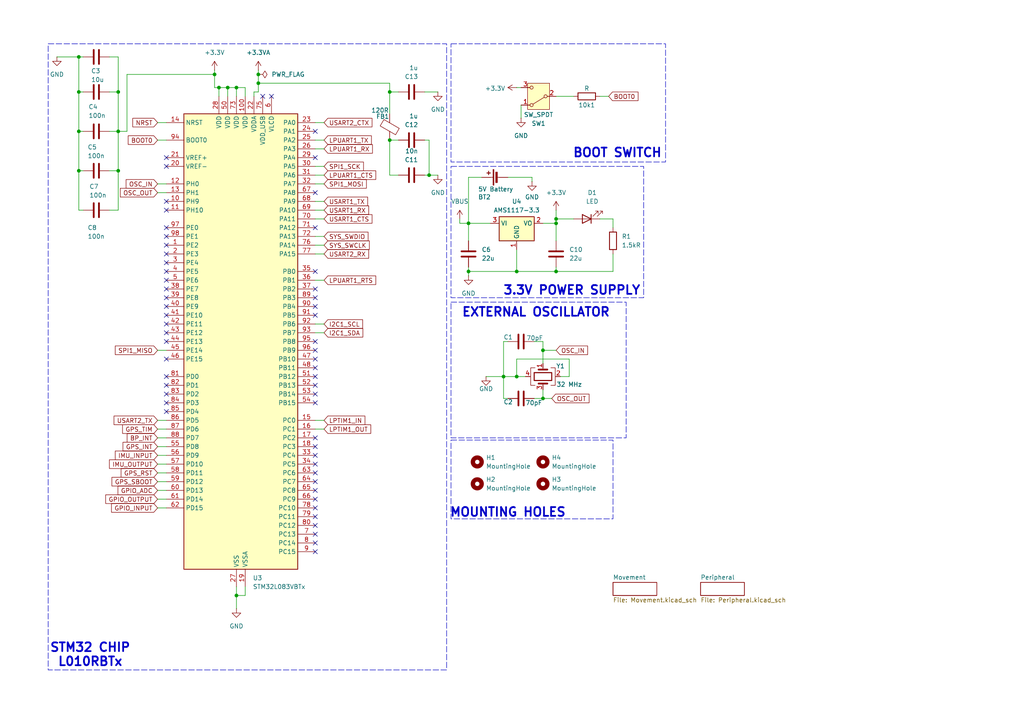
<source format=kicad_sch>
(kicad_sch (version 20231120) (generator "eeschema") (generator_version "8.0")
  (paper "A4")
  (title_block (title "Low-Power Flight Comupter") (company "Sun Devil Rocketry"))
  (lib_symbols
    (symbol "Device:Battery_Cell" (pin_numbers hide) (pin_names (offset 0) hide)
      (property "Reference" "BT" (at 2.54 2.54 0))
      (property "Value" "Battery_Cell" (at 2.54 0 0))
      (symbol "Battery_Cell_0_1"
        (rectangle (start -2.286 1.778) (end 2.286 1.524) (fill (type outline)))
        (rectangle (start -1.524 1.016) (end 1.524 0.508) (fill (type outline)))
        (polyline (pts (xy 0 0.762) (xy 0 0)))
        (polyline (pts (xy 0 1.778) (xy 0 2.54)))
        (polyline (pts (xy 0.762 3.048) (xy 1.778 3.048)) (stroke (width 0.254)))
        (polyline (pts (xy 1.27 3.556) (xy 1.27 2.54)) (stroke (width 0.254)))
      )
      (symbol "Battery_Cell_1_1"
        (pin passive line (at 0 5.08 270) (length 2.54) (name "+") (number "1"))
        (pin passive line (at 0 -2.54 90) (length 2.54) (name "-") (number "2"))
      )
    )
    (symbol "Device:C" (pin_numbers hide) (pin_names (offset 0.254))
      (property "Reference" "C" (at 0.635 2.54 0))
      (property "Value" "C" (at 0.635 -2.54 0))
      (symbol "C_0_1"
        (polyline (pts (xy -2.032 -0.762) (xy 2.032 -0.762)) (stroke (width 0.508)))
        (polyline (pts (xy -2.032 0.762) (xy 2.032 0.762)) (stroke (width 0.508)))
      )
      (symbol "C_1_1"
        (pin passive line (at 0 3.81 270) (length 2.794) (name "~") (number "1"))
        (pin passive line (at 0 -3.81 90) (length 2.794) (name "~") (number "2"))
      )
    )
    (symbol "Device:Crystal_GND24" (pin_names (offset 1.016) hide)
      (property "Reference" "Y" (at 3.175 5.08 0))
      (property "Value" "Crystal_GND24" (at 3.175 3.175 0))
      (symbol "Crystal_GND24_0_1"
        (rectangle (start -1.143 2.54) (end 1.143 -2.54) (stroke (width 0.3048)))
        (polyline (pts (xy -2.54 0) (xy -2.032 0)))
        (polyline (pts (xy -2.032 -1.27) (xy -2.032 1.27)) (stroke (width 0.508)))
        (polyline (pts (xy 0 -3.81) (xy 0 -3.556)))
        (polyline (pts (xy 0 3.556) (xy 0 3.81)))
        (polyline (pts (xy 2.032 -1.27) (xy 2.032 1.27)) (stroke (width 0.508)))
        (polyline (pts (xy 2.032 0) (xy 2.54 0)))
        (polyline (pts (xy -2.54 -2.286) (xy -2.54 -3.556) (xy 2.54 -3.556) (xy 2.54 -2.286)))
        (polyline (pts (xy -2.54 2.286) (xy -2.54 3.556) (xy 2.54 3.556) (xy 2.54 2.286)))
      )
      (symbol "Crystal_GND24_1_1"
        (pin passive line (at -3.81 0 0) (length 1.27) (name "1") (number "1"))
        (pin passive line (at 0 5.08 270) (length 1.27) (name "2") (number "2"))
        (pin passive line (at 3.81 0 180) (length 1.27) (name "3") (number "3"))
        (pin passive line (at 0 -5.08 90) (length 1.27) (name "4") (number "4"))
      )
    )
    (symbol "Device:FerriteBead" (pin_numbers hide) (pin_names (offset 0))
      (property "Reference" "FB" (at -3.81 0.635 90))
      (property "Value" "FerriteBead" (at 3.81 0 90))
      (symbol "FerriteBead_0_1"
        (polyline (pts (xy 0 -1.27) (xy 0 -1.2192)))
        (polyline (pts (xy 0 1.27) (xy 0 1.2954)))
        (polyline (pts (xy -2.7686 0.4064) (xy -1.7018 2.2606) (xy 2.7686 -0.3048) (xy 1.6764 -2.159) (xy -2.7686 0.4064)))
      )
      (symbol "FerriteBead_1_1"
        (pin passive line (at 0 3.81 270) (length 2.54) (name "~") (number "1"))
        (pin passive line (at 0 -3.81 90) (length 2.54) (name "~") (number "2"))
      )
    )
    (symbol "Device:LED" (pin_numbers hide) (pin_names (offset 1.016) hide)
      (property "Reference" "D" (at 0 2.54 0))
      (property "Value" "LED" (at 0 -2.54 0))
      (symbol "LED_0_1"
        (polyline (pts (xy -1.27 -1.27) (xy -1.27 1.27)) (stroke (width 0.254)))
        (polyline (pts (xy -1.27 0) (xy 1.27 0)))
        (polyline (pts (xy 1.27 -1.27) (xy 1.27 1.27) (xy -1.27 0) (xy 1.27 -1.27)) (stroke (width 0.254)))
        (polyline (pts (xy -3.048 -0.762) (xy -4.572 -2.286) (xy -3.81 -2.286) (xy -4.572 -2.286) (xy -4.572 -1.524)))
        (polyline (pts (xy -1.778 -0.762) (xy -3.302 -2.286) (xy -2.54 -2.286) (xy -3.302 -2.286) (xy -3.302 -1.524)))
      )
      (symbol "LED_1_1"
        (pin passive line (at -3.81 0 0) (length 2.54) (name "K") (number "1"))
        (pin passive line (at 3.81 0 180) (length 2.54) (name "A") (number "2"))
      )
    )
    (symbol "Device:R" (pin_numbers hide) (pin_names (offset 0))
      (property "Reference" "R" (at 2.032 0 90))
      (property "Value" "R" (at 0 0 90))
      (symbol "R_0_1"
        (rectangle (start -1.016 -2.54) (end 1.016 2.54) (stroke (width 0.254)))
      )
      (symbol "R_1_1"
        (pin passive line (at 0 3.81 270) (length 1.27) (name "~") (number "1"))
        (pin passive line (at 0 -3.81 90) (length 1.27) (name "~") (number "2"))
      )
    )
    (symbol "MCU_ST_STM32L0:STM32L083VBTx"
      (property "Reference" "U" (at -15.24 67.31 0))
      (property "Value" "STM32L083VBTx" (at 12.7 67.31 0))
      (symbol "STM32L083VBTx_0_1"
        (rectangle (start -15.24 -66.04) (end 17.78 66.04) (stroke (width 0.254)) (fill (type background)))
      )
      (symbol "STM32L083VBTx_1_1"
        (pin bidirectional line (at -20.32 27.94 0) (length 5.08) (name "PE2") (number "1"))
        (pin bidirectional line (at -20.32 40.64 0) (length 5.08) (name "PH9") (number "10"))
        (pin power_in line (at 2.54 71.12 270) (length 5.08) (name "VDD") (number "100"))
        (pin bidirectional line (at -20.32 38.1 0) (length 5.08) (name "PH10") (number "11"))
        (pin bidirectional line (at -20.32 45.72 0) (length 5.08) (name "PH0") (number "12"))
        (pin bidirectional line (at -20.32 43.18 0) (length 5.08) (name "PH1") (number "13"))
        (pin input line (at -20.32 63.5 0) (length 5.08) (name "NRST") (number "14"))
        (pin bidirectional line (at 22.86 -22.86 180) (length 5.08) (name "PC0") (number "15"))
        (pin bidirectional line (at 22.86 -25.4 180) (length 5.08) (name "PC1") (number "16"))
        (pin bidirectional line (at 22.86 -27.94 180) (length 5.08) (name "PC2") (number "17"))
        (pin bidirectional line (at 22.86 -30.48 180) (length 5.08) (name "PC3") (number "18"))
        (pin power_in line (at 2.54 -71.12 90) (length 5.08) (name "VSSA") (number "19"))
        (pin bidirectional line (at -20.32 25.4 0) (length 5.08) (name "PE3") (number "2"))
        (pin input line (at -20.32 50.8 0) (length 5.08) (name "VREF-") (number "20"))
        (pin input line (at -20.32 53.34 0) (length 5.08) (name "VREF+") (number "21"))
        (pin power_in line (at 5.08 71.12 270) (length 5.08) (name "VDDA") (number "22"))
        (pin bidirectional line (at 22.86 63.5 180) (length 5.08) (name "PA0") (number "23"))
        (pin bidirectional line (at 22.86 60.96 180) (length 5.08) (name "PA1") (number "24"))
        (pin bidirectional line (at 22.86 58.42 180) (length 5.08) (name "PA2") (number "25"))
        (pin bidirectional line (at 22.86 55.88 180) (length 5.08) (name "PA3") (number "26"))
        (pin power_in line (at 0 -71.12 90) (length 5.08) (name "VSS") (number "27"))
        (pin power_in line (at -5.08 71.12 270) (length 5.08) (name "VDD") (number "28"))
        (pin bidirectional line (at 22.86 53.34 180) (length 5.08) (name "PA4") (number "29"))
        (pin bidirectional line (at -20.32 22.86 0) (length 5.08) (name "PE4") (number "3"))
        (pin bidirectional line (at 22.86 50.8 180) (length 5.08) (name "PA5") (number "30"))
        (pin bidirectional line (at 22.86 48.26 180) (length 5.08) (name "PA6") (number "31"))
        (pin bidirectional line (at 22.86 45.72 180) (length 5.08) (name "PA7") (number "32"))
        (pin bidirectional line (at 22.86 -33.02 180) (length 5.08) (name "PC4") (number "33"))
        (pin bidirectional line (at 22.86 -35.56 180) (length 5.08) (name "PC5") (number "34"))
        (pin bidirectional line (at 22.86 20.32 180) (length 5.08) (name "PB0") (number "35"))
        (pin bidirectional line (at 22.86 17.78 180) (length 5.08) (name "PB1") (number "36"))
        (pin bidirectional line (at 22.86 15.24 180) (length 5.08) (name "PB2") (number "37"))
        (pin bidirectional line (at -20.32 15.24 0) (length 5.08) (name "PE7") (number "38"))
        (pin bidirectional line (at -20.32 12.7 0) (length 5.08) (name "PE8") (number "39"))
        (pin bidirectional line (at -20.32 20.32 0) (length 5.08) (name "PE5") (number "4"))
        (pin bidirectional line (at -20.32 10.16 0) (length 5.08) (name "PE9") (number "40"))
        (pin bidirectional line (at -20.32 7.62 0) (length 5.08) (name "PE10") (number "41"))
        (pin bidirectional line (at -20.32 5.08 0) (length 5.08) (name "PE11") (number "42"))
        (pin bidirectional line (at -20.32 2.54 0) (length 5.08) (name "PE12") (number "43"))
        (pin bidirectional line (at -20.32 0 0) (length 5.08) (name "PE13") (number "44"))
        (pin bidirectional line (at -20.32 -2.54 0) (length 5.08) (name "PE14") (number "45"))
        (pin bidirectional line (at -20.32 -5.08 0) (length 5.08) (name "PE15") (number "46"))
        (pin bidirectional line (at 22.86 -5.08 180) (length 5.08) (name "PB10") (number "47"))
        (pin bidirectional line (at 22.86 -7.62 180) (length 5.08) (name "PB11") (number "48"))
        (pin passive line (at 0 -71.12 90) (length 5.08) hide (name "VSS") (number "49"))
        (pin bidirectional line (at -20.32 17.78 0) (length 5.08) (name "PE6") (number "5"))
        (pin power_in line (at -2.54 71.12 270) (length 5.08) (name "VDD") (number "50"))
        (pin bidirectional line (at 22.86 -10.16 180) (length 5.08) (name "PB12") (number "51"))
        (pin bidirectional line (at 22.86 -12.7 180) (length 5.08) (name "PB13") (number "52"))
        (pin bidirectional line (at 22.86 -15.24 180) (length 5.08) (name "PB14") (number "53"))
        (pin bidirectional line (at 22.86 -17.78 180) (length 5.08) (name "PB15") (number "54"))
        (pin bidirectional line (at -20.32 -30.48 0) (length 5.08) (name "PD8") (number "55"))
        (pin bidirectional line (at -20.32 -33.02 0) (length 5.08) (name "PD9") (number "56"))
        (pin bidirectional line (at -20.32 -35.56 0) (length 5.08) (name "PD10") (number "57"))
        (pin bidirectional line (at -20.32 -38.1 0) (length 5.08) (name "PD11") (number "58"))
        (pin bidirectional line (at -20.32 -40.64 0) (length 5.08) (name "PD12") (number "59"))
        (pin power_in line (at 10.16 71.12 270) (length 5.08) (name "VLCD") (number "6"))
        (pin bidirectional line (at -20.32 -43.18 0) (length 5.08) (name "PD13") (number "60"))
        (pin bidirectional line (at -20.32 -45.72 0) (length 5.08) (name "PD14") (number "61"))
        (pin bidirectional line (at -20.32 -48.26 0) (length 5.08) (name "PD15") (number "62"))
        (pin bidirectional line (at 22.86 -38.1 180) (length 5.08) (name "PC6") (number "63"))
        (pin bidirectional line (at 22.86 -40.64 180) (length 5.08) (name "PC7") (number "64"))
        (pin bidirectional line (at 22.86 -43.18 180) (length 5.08) (name "PC8") (number "65"))
        (pin bidirectional line (at 22.86 -45.72 180) (length 5.08) (name "PC9") (number "66"))
        (pin bidirectional line (at 22.86 43.18 180) (length 5.08) (name "PA8") (number "67"))
        (pin bidirectional line (at 22.86 40.64 180) (length 5.08) (name "PA9") (number "68"))
        (pin bidirectional line (at 22.86 38.1 180) (length 5.08) (name "PA10") (number "69"))
        (pin bidirectional line (at 22.86 -55.88 180) (length 5.08) (name "PC13") (number "7"))
        (pin bidirectional line (at 22.86 35.56 180) (length 5.08) (name "PA11") (number "70"))
        (pin bidirectional line (at 22.86 33.02 180) (length 5.08) (name "PA12") (number "71"))
        (pin bidirectional line (at 22.86 30.48 180) (length 5.08) (name "PA13") (number "72"))
        (pin power_in line (at 0 71.12 270) (length 5.08) (name "VDD") (number "73"))
        (pin passive line (at 0 -71.12 90) (length 5.08) hide (name "VSS") (number "74"))
        (pin power_in line (at 7.62 71.12 270) (length 5.08) (name "VDD_USB") (number "75"))
        (pin bidirectional line (at 22.86 27.94 180) (length 5.08) (name "PA14") (number "76"))
        (pin bidirectional line (at 22.86 25.4 180) (length 5.08) (name "PA15") (number "77"))
        (pin bidirectional line (at 22.86 -48.26 180) (length 5.08) (name "PC10") (number "78"))
        (pin bidirectional line (at 22.86 -50.8 180) (length 5.08) (name "PC11") (number "79"))
        (pin bidirectional line (at 22.86 -58.42 180) (length 5.08) (name "PC14") (number "8"))
        (pin bidirectional line (at 22.86 -53.34 180) (length 5.08) (name "PC12") (number "80"))
        (pin bidirectional line (at -20.32 -10.16 0) (length 5.08) (name "PD0") (number "81"))
        (pin bidirectional line (at -20.32 -12.7 0) (length 5.08) (name "PD1") (number "82"))
        (pin bidirectional line (at -20.32 -15.24 0) (length 5.08) (name "PD2") (number "83"))
        (pin bidirectional line (at -20.32 -17.78 0) (length 5.08) (name "PD3") (number "84"))
        (pin bidirectional line (at -20.32 -20.32 0) (length 5.08) (name "PD4") (number "85"))
        (pin bidirectional line (at -20.32 -22.86 0) (length 5.08) (name "PD5") (number "86"))
        (pin bidirectional line (at -20.32 -25.4 0) (length 5.08) (name "PD6") (number "87"))
        (pin bidirectional line (at -20.32 -27.94 0) (length 5.08) (name "PD7") (number "88"))
        (pin bidirectional line (at 22.86 12.7 180) (length 5.08) (name "PB3") (number "89"))
        (pin bidirectional line (at 22.86 -60.96 180) (length 5.08) (name "PC15") (number "9"))
        (pin bidirectional line (at 22.86 10.16 180) (length 5.08) (name "PB4") (number "90"))
        (pin bidirectional line (at 22.86 7.62 180) (length 5.08) (name "PB5") (number "91"))
        (pin bidirectional line (at 22.86 5.08 180) (length 5.08) (name "PB6") (number "92"))
        (pin bidirectional line (at 22.86 2.54 180) (length 5.08) (name "PB7") (number "93"))
        (pin input line (at -20.32 58.42 0) (length 5.08) (name "BOOT0") (number "94"))
        (pin bidirectional line (at 22.86 0 180) (length 5.08) (name "PB8") (number "95"))
        (pin bidirectional line (at 22.86 -2.54 180) (length 5.08) (name "PB9") (number "96"))
        (pin bidirectional line (at -20.32 33.02 0) (length 5.08) (name "PE0") (number "97"))
        (pin bidirectional line (at -20.32 30.48 0) (length 5.08) (name "PE1") (number "98"))
        (pin passive line (at 0 -71.12 90) (length 5.08) hide (name "VSS") (number "99"))
      )
    )
    (symbol "Mechanical:MountingHole" (pin_names (offset 1.016)) (exclude_from_sim yes) (in_bom no)
      (property "Reference" "H" (at 0 5.08 0))
      (property "Value" "MountingHole" (at 0 3.175 0))
      (symbol "MountingHole_0_1"
        (circle (center 0 0) (radius 1.27) (stroke (width 1.27)))
      )
    )
    (symbol "Regulator_Linear:AMS1117-3.3"
      (property "Reference" "U" (at -3.81 3.175 0))
      (property "Value" "AMS1117-3.3" (at 0 3.175 0))
      (symbol "AMS1117-3.3_0_1"
        (rectangle (start -5.08 -5.08) (end 5.08 1.905) (stroke (width 0.254)) (fill (type background)))
      )
      (symbol "AMS1117-3.3_1_1"
        (pin power_in line (at 0 -7.62 90) (length 2.54) (name "GND") (number "1"))
        (pin power_out line (at 7.62 0 180) (length 2.54) (name "VO") (number "2"))
        (pin power_in line (at -7.62 0 0) (length 2.54) (name "VI") (number "3"))
      )
    )
    (symbol "Switch:SW_SPDT" (pin_names (offset 0) hide)
      (property "Reference" "SW" (at 0 5.08 0))
      (property "Value" "SW_SPDT" (at 0 -5.08 0))
      (symbol "SW_SPDT_0_1"
        (circle (center -2.032 0) (radius 0.4572))
        (polyline (pts (xy -1.651 0.254) (xy 1.651 2.286)))
        (circle (center 2.032 -2.54) (radius 0.4572))
        (circle (center 2.032 2.54) (radius 0.4572))
      )
      (symbol "SW_SPDT_1_1"
        (rectangle (start -3.175 3.81) (end 3.175 -3.81) (fill (type background)))
        (pin passive line (at 5.08 2.54 180) (length 2.54) (name "A") (number "1"))
        (pin passive line (at -5.08 0 0) (length 2.54) (name "B") (number "2"))
        (pin passive line (at 5.08 -2.54 180) (length 2.54) (name "C") (number "3"))
      )
    )
    (symbol "power:+3.3V" (power) (pin_numbers hide) (pin_names (offset 0) hide)
      (property "Value" "+3.3V" (at 0 3.556 0))
      (symbol "+3.3V_0_1"
        (polyline (pts (xy -0.762 1.27) (xy 0 2.54)))
        (polyline (pts (xy 0 0) (xy 0 2.54)))
        (polyline (pts (xy 0 2.54) (xy 0.762 1.27)))
      )
      (symbol "+3.3V_1_1"
        (pin power_in line (at 0 0 90) (length 0) (name "~") (number "1"))
      )
    )
    (symbol "power:+3.3VA" (power) (pin_numbers hide) (pin_names (offset 0) hide)
      (property "Value" "+3.3VA" (at 0 3.556 0))
      (symbol "+3.3VA_0_1"
        (polyline (pts (xy -0.762 1.27) (xy 0 2.54)))
        (polyline (pts (xy 0 0) (xy 0 2.54)))
        (polyline (pts (xy 0 2.54) (xy 0.762 1.27)))
      )
      (symbol "+3.3VA_1_1"
        (pin power_in line (at 0 0 90) (length 0) (name "~") (number "1"))
      )
    )
    (symbol "power:GND" (power) (pin_numbers hide) (pin_names (offset 0) hide)
      (property "Value" "GND" (at 0 -3.81 0))
      (symbol "GND_0_1"
        (polyline (pts (xy 0 0) (xy 0 -1.27) (xy 1.27 -1.27) (xy 0 -2.54) (xy -1.27 -1.27) (xy 0 -1.27)))
      )
      (symbol "GND_1_1"
        (pin power_in line (at 0 0 270) (length 0) (name "~") (number "1"))
      )
    )
    (symbol "power:PWR_FLAG" (power) (pin_numbers hide) (pin_names (offset 0) hide)
      (property "Value" "PWR_FLAG" (at 0 3.81 0))
      (symbol "PWR_FLAG_0_0"
        (pin power_out line (at 0 0 90) (length 0) (name "~") (number "1"))
      )
      (symbol "PWR_FLAG_0_1"
        (polyline (pts (xy 0 0) (xy 0 1.27) (xy -1.016 1.905) (xy 0 2.54) (xy 1.016 1.905) (xy 0 1.27)))
      )
    )
    (symbol "power:VBUS" (power) (pin_numbers hide) (pin_names (offset 0) hide)
      (property "Value" "VBUS" (at 0 3.556 0))
      (symbol "VBUS_0_1"
        (polyline (pts (xy -0.762 1.27) (xy 0 2.54)))
        (polyline (pts (xy 0 0) (xy 0 2.54)))
        (polyline (pts (xy 0 2.54) (xy 0.762 1.27)))
      )
      (symbol "VBUS_1_1"
        (pin power_in line (at 0 0 90) (length 0) (name "~") (number "1"))
      )
    )
  )
  (junction (at 34.29 49.53))
  (junction (at 34.29 26.67))
  (junction (at 22.86 26.67))
  (junction (at 149.86 78.74))
  (junction (at 34.29 38.1))
  (junction (at 161.29 78.74))
  (junction (at 146.05 109.22))
  (junction (at 63.5 25.4))
  (junction (at 124.46 50.8))
  (junction (at 135.89 78.74))
  (junction (at 113.03 40.64))
  (junction (at 149.86 109.22))
  (junction (at 157.48 101.6))
  (junction (at 66.04 25.4))
  (junction (at 22.86 16.51))
  (junction (at 22.86 49.53))
  (junction (at 161.29 63.5))
  (junction (at 74.93 24.13))
  (junction (at 68.58 25.4))
  (junction (at 161.29 64.77))
  (junction (at 135.89 64.77))
  (junction (at 68.58 172.72))
  (junction (at 62.23 21.59))
  (junction (at 74.93 21.59))
  (junction (at 157.48 115.57))
  (junction (at 113.03 26.67))
  (junction (at 22.86 38.1))
  (no_connect (at 91.44 109.22))
  (no_connect (at 48.26 114.3))
  (no_connect (at 91.44 106.68))
  (no_connect (at 48.26 111.76))
  (no_connect (at 91.44 83.82))
  (no_connect (at 76.2 27.94))
  (no_connect (at 91.44 154.94))
  (no_connect (at 48.26 88.9))
  (no_connect (at 91.44 88.9))
  (no_connect (at 91.44 127))
  (no_connect (at 48.26 99.06))
  (no_connect (at 48.26 78.74))
  (no_connect (at 48.26 116.84))
  (no_connect (at 78.74 27.94))
  (no_connect (at 48.26 81.28))
  (no_connect (at 91.44 157.48))
  (no_connect (at 91.44 134.62))
  (no_connect (at 48.26 104.14))
  (no_connect (at 91.44 55.88))
  (no_connect (at 48.26 91.44))
  (no_connect (at 91.44 142.24))
  (no_connect (at 91.44 139.7))
  (no_connect (at 91.44 104.14))
  (no_connect (at 91.44 114.3))
  (no_connect (at 91.44 116.84))
  (no_connect (at 91.44 132.08))
  (no_connect (at 48.26 73.66))
  (no_connect (at 91.44 144.78))
  (no_connect (at 91.44 137.16))
  (no_connect (at 48.26 96.52))
  (no_connect (at 91.44 78.74))
  (no_connect (at 48.26 109.22))
  (no_connect (at 48.26 48.26))
  (no_connect (at 91.44 129.54))
  (no_connect (at 48.26 76.2))
  (no_connect (at 48.26 58.42))
  (no_connect (at 48.26 71.12))
  (no_connect (at 91.44 99.06))
  (no_connect (at 91.44 45.72))
  (no_connect (at 48.26 86.36))
  (no_connect (at 48.26 93.98))
  (no_connect (at 91.44 111.76))
  (no_connect (at 91.44 66.04))
  (no_connect (at 91.44 147.32))
  (no_connect (at 91.44 86.36))
  (no_connect (at 91.44 91.44))
  (no_connect (at 48.26 119.38))
  (no_connect (at 91.44 101.6))
  (no_connect (at 91.44 38.1))
  (no_connect (at 48.26 60.96))
  (no_connect (at 48.26 68.58))
  (no_connect (at 48.26 66.04))
  (no_connect (at 91.44 152.4))
  (no_connect (at 91.44 149.86))
  (no_connect (at 48.26 83.82))
  (no_connect (at 91.44 160.02))
  (no_connect (at 48.26 45.72))
  (wire (pts (xy 91.44 35.56) (xy 93.98 35.56)))
  (wire (pts (xy 91.44 71.12) (xy 93.98 71.12)))
  (wire (pts (xy 91.44 73.66) (xy 93.98 73.66)))
  (wire (pts (xy 157.48 64.77) (xy 161.29 64.77)))
  (wire (pts (xy 139.7 51.435) (xy 135.89 51.435)))
  (wire (pts (xy 149.86 78.74) (xy 135.89 78.74)))
  (wire (pts (xy 91.44 48.26) (xy 93.98 48.26)))
  (wire (pts (xy 34.29 38.1) (xy 34.29 49.53)))
  (wire (pts (xy 157.48 115.57) (xy 154.94 115.57)))
  (wire (pts (xy 133.35 64.77) (xy 135.89 64.77)))
  (wire (pts (xy 154.305 51.435) (xy 154.305 52.705)))
  (wire (pts (xy 93.98 40.64) (xy 91.44 40.64)))
  (wire (pts (xy 62.23 21.59) (xy 62.23 25.4)))
  (wire (pts (xy 45.72 129.54) (xy 48.26 129.54)))
  (wire (pts (xy 34.29 60.96) (xy 31.75 60.96)))
  (wire (pts (xy 73.66 26.67) (xy 73.66 27.94)))
  (wire (pts (xy 151.13 30.48) (xy 151.13 34.29)))
  (wire (pts (xy 157.48 101.6) (xy 157.48 99.06)))
  (wire (pts (xy 135.89 51.435) (xy 135.89 64.77)))
  (wire (pts (xy 161.29 64.77) (xy 161.29 69.85)))
  (wire (pts (xy 22.86 16.51) (xy 22.86 26.67)))
  (wire (pts (xy 45.72 137.16) (xy 48.26 137.16)))
  (wire (pts (xy 93.98 43.18) (xy 91.44 43.18)))
  (wire (pts (xy 22.86 16.51) (xy 16.51 16.51)))
  (wire (pts (xy 113.03 33.02) (xy 113.03 26.67)))
  (wire (pts (xy 71.12 25.4) (xy 71.12 27.94)))
  (wire (pts (xy 161.29 63.5) (xy 161.29 60.96)))
  (wire (pts (xy 135.89 78.74) (xy 135.89 80.01)))
  (wire (pts (xy 91.44 60.96) (xy 93.98 60.96)))
  (wire (pts (xy 91.44 93.98) (xy 93.98 93.98)))
  (wire (pts (xy 24.13 38.1) (xy 22.86 38.1)))
  (wire (pts (xy 91.44 50.8) (xy 93.98 50.8)))
  (wire (pts (xy 74.93 21.59) (xy 74.93 24.13)))
  (wire (pts (xy 22.86 38.1) (xy 22.86 49.53)))
  (wire (pts (xy 62.23 25.4) (xy 63.5 25.4)))
  (wire (pts (xy 45.72 142.24) (xy 48.26 142.24)))
  (wire (pts (xy 149.86 25.4) (xy 151.13 25.4)))
  (wire (pts (xy 68.58 170.18) (xy 68.58 172.72)))
  (wire (pts (xy 91.44 96.52) (xy 93.98 96.52)))
  (wire (pts (xy 160.02 115.57) (xy 157.48 115.57)))
  (wire (pts (xy 45.72 132.08) (xy 48.26 132.08)))
  (wire (pts (xy 91.44 81.28) (xy 93.98 81.28)))
  (wire (pts (xy 91.44 121.92) (xy 93.98 121.92)))
  (wire (pts (xy 71.12 170.18) (xy 71.12 172.72)))
  (wire (pts (xy 74.93 26.67) (xy 73.66 26.67)))
  (wire (pts (xy 113.03 40.64) (xy 115.57 40.64)))
  (wire (pts (xy 157.48 99.06) (xy 154.94 99.06)))
  (wire (pts (xy 45.72 121.92) (xy 48.26 121.92)))
  (wire (pts (xy 68.58 172.72) (xy 68.58 176.53)))
  (wire (pts (xy 123.19 50.8) (xy 124.46 50.8)))
  (wire (pts (xy 123.19 26.67) (xy 127 26.67)))
  (wire (pts (xy 22.86 26.67) (xy 22.86 38.1)))
  (wire (pts (xy 161.29 63.5) (xy 166.37 63.5)))
  (wire (pts (xy 68.58 25.4) (xy 71.12 25.4)))
  (wire (pts (xy 45.72 124.46) (xy 48.26 124.46)))
  (wire (pts (xy 34.29 49.53) (xy 31.75 49.53)))
  (wire (pts (xy 24.13 60.96) (xy 22.86 60.96)))
  (wire (pts (xy 68.58 172.72) (xy 71.12 172.72)))
  (wire (pts (xy 91.44 68.58) (xy 93.98 68.58)))
  (wire (pts (xy 36.83 38.1) (xy 36.83 21.59)))
  (wire (pts (xy 74.93 20.32) (xy 74.93 21.59)))
  (wire (pts (xy 63.5 25.4) (xy 66.04 25.4)))
  (wire (pts (xy 135.89 77.47) (xy 135.89 78.74)))
  (wire (pts (xy 45.72 139.7) (xy 48.26 139.7)))
  (wire (pts (xy 157.48 101.6) (xy 157.48 105.41)))
  (wire (pts (xy 34.29 16.51) (xy 31.75 16.51)))
  (wire (pts (xy 62.23 20.32) (xy 62.23 21.59)))
  (wire (pts (xy 133.35 63.5) (xy 133.35 64.77)))
  (wire (pts (xy 124.46 50.8) (xy 127 50.8)))
  (wire (pts (xy 48.26 53.34) (xy 45.72 53.34)))
  (wire (pts (xy 45.72 144.78) (xy 48.26 144.78)))
  (wire (pts (xy 36.83 38.1) (xy 34.29 38.1)))
  (wire (pts (xy 161.29 77.47) (xy 161.29 78.74)))
  (wire (pts (xy 149.86 109.22) (xy 146.05 109.22)))
  (wire (pts (xy 34.29 60.96) (xy 34.29 49.53)))
  (wire (pts (xy 162.56 109.22) (xy 165.1 109.22)))
  (wire (pts (xy 147.32 51.435) (xy 154.305 51.435)))
  (wire (pts (xy 24.13 49.53) (xy 22.86 49.53)))
  (wire (pts (xy 63.5 25.4) (xy 63.5 27.94)))
  (wire (pts (xy 113.03 50.8) (xy 115.57 50.8)))
  (wire (pts (xy 161.29 101.6) (xy 157.48 101.6)))
  (wire (pts (xy 91.44 58.42) (xy 93.98 58.42)))
  (wire (pts (xy 173.99 27.94) (xy 176.53 27.94)))
  (wire (pts (xy 34.29 38.1) (xy 31.75 38.1)))
  (wire (pts (xy 74.93 24.13) (xy 74.93 26.67)))
  (wire (pts (xy 149.86 72.39) (xy 149.86 78.74)))
  (wire (pts (xy 34.29 38.1) (xy 34.29 26.67)))
  (wire (pts (xy 177.8 66.04) (xy 177.8 63.5)))
  (wire (pts (xy 24.13 26.67) (xy 22.86 26.67)))
  (wire (pts (xy 146.05 99.06) (xy 147.32 99.06)))
  (wire (pts (xy 45.72 55.88) (xy 48.26 55.88)))
  (wire (pts (xy 91.44 53.34) (xy 93.98 53.34)))
  (wire (pts (xy 165.1 104.14) (xy 149.86 104.14)))
  (wire (pts (xy 146.05 109.22) (xy 146.05 99.06)))
  (wire (pts (xy 34.29 26.67) (xy 34.29 16.51)))
  (wire (pts (xy 157.48 113.03) (xy 157.48 115.57)))
  (wire (pts (xy 177.8 78.74) (xy 177.8 73.66)))
  (wire (pts (xy 149.86 109.22) (xy 152.4 109.22)))
  (wire (pts (xy 22.86 49.53) (xy 22.86 60.96)))
  (wire (pts (xy 66.04 25.4) (xy 66.04 27.94)))
  (wire (pts (xy 74.93 24.13) (xy 113.03 24.13)))
  (wire (pts (xy 68.58 25.4) (xy 68.58 27.94)))
  (wire (pts (xy 165.1 109.22) (xy 165.1 104.14)))
  (wire (pts (xy 113.03 26.67) (xy 113.03 24.13)))
  (wire (pts (xy 113.03 50.8) (xy 113.03 40.64)))
  (wire (pts (xy 45.72 40.64) (xy 48.26 40.64)))
  (wire (pts (xy 45.72 35.56) (xy 48.26 35.56)))
  (wire (pts (xy 177.8 63.5) (xy 173.99 63.5)))
  (wire (pts (xy 149.86 104.14) (xy 149.86 109.22)))
  (wire (pts (xy 124.46 50.8) (xy 124.46 40.64)))
  (wire (pts (xy 34.29 26.67) (xy 31.75 26.67)))
  (wire (pts (xy 135.89 64.77) (xy 142.24 64.77)))
  (wire (pts (xy 113.03 26.67) (xy 115.57 26.67)))
  (wire (pts (xy 45.72 147.32) (xy 48.26 147.32)))
  (wire (pts (xy 161.29 64.77) (xy 161.29 63.5)))
  (wire (pts (xy 161.29 78.74) (xy 177.8 78.74)))
  (wire (pts (xy 45.72 134.62) (xy 48.26 134.62)))
  (wire (pts (xy 146.05 109.22) (xy 146.05 115.57)))
  (wire (pts (xy 146.05 109.22) (xy 140.97 109.22)))
  (wire (pts (xy 124.46 40.64) (xy 123.19 40.64)))
  (wire (pts (xy 36.83 21.59) (xy 62.23 21.59)))
  (wire (pts (xy 135.89 64.77) (xy 135.89 69.85)))
  (wire (pts (xy 91.44 124.46) (xy 93.98 124.46)))
  (wire (pts (xy 24.13 16.51) (xy 22.86 16.51)))
  (wire (pts (xy 161.29 78.74) (xy 149.86 78.74)))
  (wire (pts (xy 45.72 101.6) (xy 48.26 101.6)))
  (wire (pts (xy 161.29 27.94) (xy 166.37 27.94)))
  (wire (pts (xy 91.44 63.5) (xy 93.98 63.5)))
  (wire (pts (xy 147.32 115.57) (xy 146.05 115.57)))
  (wire (pts (xy 66.04 25.4) (xy 68.58 25.4)))
  (wire (pts (xy 45.72 127) (xy 48.26 127)))
  (rectangle (start 130.81 127.635) (end 177.8 150.495) (stroke (width 0) (type dash)))
  (rectangle (start 130.81 48.26) (end 186.69 86.36) (stroke (width 0) (type dash)))
  (rectangle (start 130.81 87.63) (end 181.61 127) (stroke (width 0) (type dash)))
  (rectangle (start 130.81 12.7) (end 193.04 46.99) (stroke (width 0) (type dash)))
  (rectangle (start 13.97 12.7) (end 129.54 194.31) (stroke (width 0) (type dash)))
  (text "MOUNTING HOLES\n" (at 147.32 148.717 0) (effects (font (size 2.54 2.54) (thickness 0.508) (bold yes))))
  (text "STM32 CHIP\nL010RBTx" (at 26.162 189.992 0) (effects (font (size 2.54 2.54) (thickness 0.508) (bold yes))))
  (text "EXTERNAL OSCILLATOR" (at 155.448 90.678 0) (effects (font (size 2.54 2.54) (thickness 0.508) (bold yes))))
  (text "3.3V POWER SUPPLY" (at 165.862 84.328 0) (effects (font (size 2.54 2.54) (thickness 0.508) (bold yes))))
  (text "BOOT SWITCH" (at 179.07 44.45 0) (effects (font (size 2.54 2.54) (thickness 0.508) (bold yes))))
  (global_label "GPS_TIM" (shape input) (at 45.72 124.46 180) (property "Intersheetrefs" "${INTERSHEET_REFS}" (effects (hide yes))))
  (global_label "GPIO_INPUT" (shape input) (at 45.72 147.32 180) (property "Intersheetrefs" "${INTERSHEET_REFS}" (effects (hide yes))))
  (global_label "LPUART1_CTS" (shape input) (at 93.98 50.8 0) (property "Intersheetrefs" "${INTERSHEET_REFS}" (effects (hide yes))))
  (global_label "SYS_SWDIO" (shape input) (at 93.98 68.58 0) (property "Intersheetrefs" "${INTERSHEET_REFS}" (effects (hide yes))))
  (global_label "SPI1_MISO" (shape input) (at 45.72 101.6 180) (property "Intersheetrefs" "${INTERSHEET_REFS}" (effects (hide yes))))
  (global_label "BOOT0" (shape input) (at 176.53 27.94 0) (property "Intersheetrefs" "${INTERSHEET_REFS}" (effects (hide yes))))
  (global_label "OSC_OUT" (shape input) (at 45.72 55.88 180) (property "Intersheetrefs" "${INTERSHEET_REFS}" (effects (hide yes))))
  (global_label "GPIO_OUTPUT" (shape input) (at 45.72 144.78 180) (property "Intersheetrefs" "${INTERSHEET_REFS}" (effects (hide yes))))
  (global_label "USART1_CTS" (shape input) (at 93.98 63.5 0) (property "Intersheetrefs" "${INTERSHEET_REFS}" (effects (hide yes))))
  (global_label "OSC_IN" (shape input) (at 161.29 101.6 0) (property "Intersheetrefs" "${INTERSHEET_REFS}" (effects (hide yes))))
  (global_label "USART2_TX" (shape input) (at 45.72 121.92 180) (property "Intersheetrefs" "${INTERSHEET_REFS}" (effects (hide yes))))
  (global_label "GPS_RST" (shape input) (at 45.72 137.16 180) (property "Intersheetrefs" "${INTERSHEET_REFS}" (effects (hide yes))))
  (global_label "USART2_CTX" (shape input) (at 93.98 35.56 0) (property "Intersheetrefs" "${INTERSHEET_REFS}" (effects (hide yes))))
  (global_label "SPI1_MOSI" (shape input) (at 93.98 53.34 0) (property "Intersheetrefs" "${INTERSHEET_REFS}" (effects (hide yes))))
  (global_label "LPUART1_RX" (shape input) (at 93.98 43.18 0) (property "Intersheetrefs" "${INTERSHEET_REFS}" (effects (hide yes))))
  (global_label "SYS_SWCLK" (shape input) (at 93.98 71.12 0) (property "Intersheetrefs" "${INTERSHEET_REFS}" (effects (hide yes))))
  (global_label "BOOT0" (shape input) (at 45.72 40.64 180) (property "Intersheetrefs" "${INTERSHEET_REFS}" (effects (hide yes))))
  (global_label "SPI1_SCK" (shape input) (at 93.98 48.26 0) (property "Intersheetrefs" "${INTERSHEET_REFS}" (effects (hide yes))))
  (global_label "USART1_RX" (shape input) (at 93.98 60.96 0) (property "Intersheetrefs" "${INTERSHEET_REFS}" (effects (hide yes))))
  (global_label "BP_INT" (shape input) (at 45.72 127 180) (property "Intersheetrefs" "${INTERSHEET_REFS}" (effects (hide yes))))
  (global_label "I2C1_SDA" (shape input) (at 93.98 96.52 0) (property "Intersheetrefs" "${INTERSHEET_REFS}" (effects (hide yes))))
  (global_label "LPTIM1_OUT" (shape input) (at 93.98 124.46 0) (property "Intersheetrefs" "${INTERSHEET_REFS}" (effects (hide yes))))
  (global_label "LPUART1_TX" (shape input) (at 93.98 40.64 0) (property "Intersheetrefs" "${INTERSHEET_REFS}" (effects (hide yes))))
  (global_label "LPUART1_RTS" (shape input) (at 93.98 81.28 0) (property "Intersheetrefs" "${INTERSHEET_REFS}" (effects (hide yes))))
  (global_label "NRST" (shape input) (at 45.72 35.56 180) (property "Intersheetrefs" "${INTERSHEET_REFS}" (effects (hide yes))))
  (global_label "USART1_TX" (shape input) (at 93.98 58.42 0) (property "Intersheetrefs" "${INTERSHEET_REFS}" (effects (hide yes))))
  (global_label "USART2_RX" (shape input) (at 93.98 73.66 0) (property "Intersheetrefs" "${INTERSHEET_REFS}" (effects (hide yes))))
  (global_label "LPTIM1_IN" (shape input) (at 93.98 121.92 0) (property "Intersheetrefs" "${INTERSHEET_REFS}" (effects (hide yes))))
  (global_label "GPIO_ADC" (shape input) (at 45.72 142.24 180) (property "Intersheetrefs" "${INTERSHEET_REFS}" (effects (hide yes))))
  (global_label "IMU_OUTPUT" (shape input) (at 45.72 134.62 180) (property "Intersheetrefs" "${INTERSHEET_REFS}" (effects (hide yes))))
  (global_label "GPS_INT" (shape input) (at 45.72 129.54 180) (property "Intersheetrefs" "${INTERSHEET_REFS}" (effects (hide yes))))
  (global_label "GPS_SBOOT" (shape input) (at 45.72 139.7 180) (property "Intersheetrefs" "${INTERSHEET_REFS}" (effects (hide yes))))
  (global_label "I2C1_SCL" (shape input) (at 93.98 93.98 0) (property "Intersheetrefs" "${INTERSHEET_REFS}" (effects (hide yes))))
  (global_label "IMU_INPUT" (shape input) (at 45.72 132.08 180) (property "Intersheetrefs" "${INTERSHEET_REFS}" (effects (hide yes))))
  (global_label "OSC_OUT" (shape input) (at 160.02 115.57 0) (property "Intersheetrefs" "${INTERSHEET_REFS}" (effects (hide yes))))
  (global_label "OSC_IN" (shape input) (at 45.72 53.34 180) (property "Intersheetrefs" "${INTERSHEET_REFS}" (effects (hide yes))))
  (symbol (lib_id "power:+3.3V") (at 149.86 25.4 90) (unit 1)
    (property "Reference" "#PWR022" (effects (hide yes)))
    (property "Value" "+3.3V" (at 146.558 25.654 90) (effects (justify left)))
    (property "Description" "Power symbol creates a global label with name \"+3.3V\"" (effects (hide yes)))
  )
  (symbol (lib_id "power:GND") (at 127 26.67 0) (unit 1)
    (property "Reference" "#PWR021" (effects (hide yes)))
    (property "Value" "GND" (at 127 31.75 0))
    (property "Description" "Power symbol creates a global label with name \"GND\" , ground" (effects (hide yes)))
  )
  (symbol (lib_id "MCU_ST_STM32L0:STM32L083VBTx") (at 68.58 99.06 0) (unit 1)
    (property "Reference" "U3" (at 73.3141 167.64 0) (effects (justify left)))
    (property "Value" "STM32L083VBTx" (at 73.3141 170.18 0) (effects (justify left)))
    (property "Footprint" "Package_QFP:LQFP-100_14x14mm_P0.5mm" (effects (hide yes)))
    (property "Datasheet" "https://www.st.com/resource/en/datasheet/stm32l083vb.pdf" (effects (hide yes)))
    (property "Description" "STMicroelectronics Arm Cortex-M0+ MCU, 128KB flash, 20KB RAM, 32 MHz, 1.65-3.6V, 84 GPIO, LQFP100" (effects (hide yes)))
  )
  (symbol (lib_id "power:GND") (at 151.13 34.29 0) (unit 1)
    (property "Reference" "#PWR024" (effects (hide yes)))
    (property "Value" "GND" (at 151.13 39.37 0))
    (property "Description" "Power symbol creates a global label with name \"GND\" , ground" (effects (hide yes)))
  )
  (symbol (lib_id "Mechanical:MountingHole") (at 157.48 140.335 0) (unit 1) (exclude_from_sim yes) (in_bom no)
    (property "Reference" "H3" (at 160.02 139.0649 0) (effects (justify left)))
    (property "Value" "MountingHole" (at 160.02 141.6049 0) (effects (justify left)))
    (property "Footprint" "MountingHole:MountingHole_2.2mm_M2" (effects (hide yes)))
    (property "Description" "Mounting Hole without connection" (effects (hide yes)))
  )
  (symbol (lib_id "Device:R") (at 177.8 69.85 0) (unit 1)
    (property "Reference" "R1" (at 180.34 68.5799 0) (effects (justify left)))
    (property "Value" "1.5kR" (at 180.34 71.1199 0) (effects (justify left)))
    (property "Footprint" "Resistor_SMD:R_0402_1005Metric" (effects (hide yes)))
    (property "Description" "Resistor" (effects (hide yes)))
  )
  (symbol (lib_id "Mechanical:MountingHole") (at 138.43 140.335 0) (unit 1) (exclude_from_sim yes) (in_bom no)
    (property "Reference" "H2" (at 140.97 139.0649 0) (effects (justify left)))
    (property "Value" "MountingHole" (at 140.97 141.6049 0) (effects (justify left)))
    (property "Footprint" "MountingHole:MountingHole_2.2mm_M2" (effects (hide yes)))
    (property "Description" "Mounting Hole without connection" (effects (hide yes)))
  )
  (symbol (lib_id "power:PWR_FLAG") (at 74.93 21.59 270) (unit 1)
    (property "Reference" "#FLG01" (effects (hide yes)))
    (property "Value" "PWR_FLAG" (at 78.74 21.5899 90) (effects (justify left)))
    (property "Description" "Special symbol for telling ERC where power comes from" (effects (hide yes)))
  )
  (symbol (lib_id "power:+3.3V") (at 62.23 20.32 0) (unit 1)
    (property "Reference" "#PWR01" (effects (hide yes)))
    (property "Value" "+3.3V" (at 62.23 15.24 0))
    (property "Description" "Power symbol creates a global label with name \"+3.3V\"" (effects (hide yes)))
  )
  (symbol (lib_id "Device:C") (at 27.94 26.67 270) (unit 1)
    (property "Reference" "C4" (at 25.654 30.988 90) (effects (justify left)))
    (property "Value" "100n" (at 25.654 33.528 90) (effects (justify left)))
    (property "Footprint" "Capacitor_SMD:C_0402_1005Metric" (effects (hide yes)))
    (property "Description" "Unpolarized capacitor" (effects (hide yes)))
  )
  (symbol (lib_id "power:GND") (at 127 50.8 0) (unit 1)
    (property "Reference" "#PWR011" (effects (hide yes)))
    (property "Value" "GND" (at 127 55.88 0))
    (property "Description" "Power symbol creates a global label with name \"GND\" , ground" (effects (hide yes)))
  )
  (symbol (lib_id "Device:C") (at 119.38 26.67 90) (unit 1)
    (property "Reference" "C13" (at 121.285 22.2251 90) (effects (justify left)))
    (property "Value" "1u" (at 121.285 19.6851 90) (effects (justify left)))
    (property "Footprint" "Capacitor_SMD:C_0805_2012Metric" (effects (hide yes)))
    (property "Description" "Unpolarized capacitor" (effects (hide yes)))
  )
  (symbol (lib_id "Mechanical:MountingHole") (at 157.48 133.985 0) (unit 1) (exclude_from_sim yes) (in_bom no)
    (property "Reference" "H4" (at 160.02 132.7149 0) (effects (justify left)))
    (property "Value" "MountingHole" (at 160.02 135.2549 0) (effects (justify left)))
    (property "Footprint" "MountingHole:MountingHole_2.2mm_M2" (effects (hide yes)))
    (property "Description" "Mounting Hole without connection" (effects (hide yes)))
  )
  (symbol (lib_id "Switch:SW_SPDT") (at 156.21 27.94 180) (unit 1)
    (property "Reference" "SW1" (at 156.21 35.814 0))
    (property "Value" "SW_SPDT" (at 156.21 33.274 0))
    (property "Footprint" "Button_Switch_SMD:SW_SPST_B3U-1100P-B" (effects (hide yes)))
    (property "Description" "Switch, single pole double throw" (effects (hide yes)))
  )
  (symbol (lib_id "power:+3.3V") (at 161.29 60.96 0) (unit 1)
    (property "Reference" "#PWR010" (effects (hide yes)))
    (property "Value" "+3.3V" (at 161.29 55.88 0))
    (property "Description" "Power symbol creates a global label with name \"+3.3V\"" (effects (hide yes)))
  )
  (symbol (lib_id "Device:C") (at 27.94 49.53 270) (unit 1)
    (property "Reference" "C7" (at 25.908 54.102 90) (effects (justify left)))
    (property "Value" "100n" (at 25.908 56.642 90) (effects (justify left)))
    (property "Footprint" "Capacitor_SMD:C_0402_1005Metric" (effects (hide yes)))
    (property "Description" "Unpolarized capacitor" (effects (hide yes)))
  )
  (symbol (lib_id "power:+3.3VA") (at 74.93 20.32 0) (unit 1)
    (property "Reference" "#PWR03" (effects (hide yes)))
    (property "Value" "+3.3VA" (at 74.93 15.24 0))
    (property "Description" "Power symbol creates a global label with name \"+3.3VA\"" (effects (hide yes)))
  )
  (symbol (lib_id "Device:C") (at 161.29 73.66 0) (unit 1)
    (property "Reference" "C10" (at 165.1 72.3899 0) (effects (justify left)))
    (property "Value" "22u" (at 165.1 74.9299 0) (effects (justify left)))
    (property "Footprint" "Capacitor_SMD:C_0805_2012Metric" (effects (hide yes)))
    (property "Description" "Unpolarized capacitor" (effects (hide yes)))
  )
  (symbol (lib_id "Device:C") (at 151.13 99.06 270) (unit 1)
    (property "Reference" "C1" (at 146.05 97.79 90) (effects (justify left)))
    (property "Value" "70pF" (at 152.654 98.044 90) (effects (justify left)))
    (property "Footprint" "Capacitor_SMD:C_0402_1005Metric" (effects (hide yes)))
    (property "Description" "Unpolarized capacitor" (effects (hide yes)))
  )
  (symbol (lib_id "Regulator_Linear:AMS1117-3.3") (at 149.86 64.77 0) (unit 1)
    (property "Reference" "U4" (at 149.86 58.42 0))
    (property "Value" "AMS1117-3.3" (at 149.86 60.96 0))
    (property "Footprint" "Package_TO_SOT_SMD:SOT-223-3_TabPin2" (effects (hide yes)))
    (property "Datasheet" "http://www.advanced-monolithic.com/pdf/ds1117.pdf" (effects (hide yes)))
    (property "Description" "1A Low Dropout regulator, positive, 3.3V fixed output, SOT-223" (effects (hide yes)))
  )
  (symbol (lib_id "Device:FerriteBead") (at 113.03 36.83 180) (unit 1)
    (property "Reference" "FB1" (at 110.998 33.782 0))
    (property "Value" "120R" (at 110.236 32.004 0))
    (property "Footprint" "Inductor_SMD:L_0603_1608Metric" (effects (hide yes)))
    (property "Description" "Ferrite bead" (effects (hide yes)))
  )
  (symbol (lib_id "power:VBUS") (at 133.35 63.5 0) (unit 1)
    (property "Reference" "#PWR07" (effects (hide yes)))
    (property "Value" "VBUS" (at 133.35 58.42 0))
    (property "Description" "Power symbol creates a global label with name \"VBUS\"" (effects (hide yes)))
  )
  (symbol (lib_id "power:GND") (at 16.51 16.51 0) (unit 1)
    (property "Reference" "#PWR05" (effects (hide yes)))
    (property "Value" "GND" (at 16.51 21.59 0))
    (property "Description" "Power symbol creates a global label with name \"GND\" , ground" (effects (hide yes)))
  )
  (symbol (lib_id "power:GND") (at 154.305 52.705 0) (unit 1)
    (property "Reference" "#PWR046" (effects (hide yes)))
    (property "Value" "GND" (at 154.305 57.15 0))
    (property "Description" "Power symbol creates a global label with name \"GND\" , ground" (effects (hide yes)))
  )
  (symbol (lib_id "Device:R") (at 170.18 27.94 90) (unit 1)
    (property "Reference" "10k1" (at 170.18 30.48 90))
    (property "Value" "R" (at 170.18 25.654 90))
    (property "Footprint" "Resistor_SMD:R_0402_1005Metric" (effects (hide yes)))
    (property "Description" "Resistor" (effects (hide yes)))
  )
  (symbol (lib_id "Mechanical:MountingHole") (at 138.43 133.985 0) (unit 1) (exclude_from_sim yes) (in_bom no)
    (property "Reference" "H1" (at 140.97 132.7149 0) (effects (justify left)))
    (property "Value" "MountingHole" (at 140.97 135.2549 0) (effects (justify left)))
    (property "Footprint" "MountingHole:MountingHole_2.2mm_M2" (effects (hide yes)))
    (property "Description" "Mounting Hole without connection" (effects (hide yes)))
  )
  (symbol (lib_id "power:GND") (at 135.89 80.01 0) (unit 1)
    (property "Reference" "#PWR09" (effects (hide yes)))
    (property "Value" "GND" (at 135.89 85.09 0))
    (property "Description" "Power symbol creates a global label with name \"GND\" , ground" (effects (hide yes)))
  )
  (symbol (lib_id "Device:C") (at 27.94 38.1 270) (unit 1)
    (property "Reference" "C5" (at 25.4 42.672 90) (effects (justify left)))
    (property "Value" "100n" (at 25.4 45.212 90) (effects (justify left)))
    (property "Footprint" "Capacitor_SMD:C_0402_1005Metric" (effects (hide yes)))
    (property "Description" "Unpolarized capacitor" (effects (hide yes)))
  )
  (symbol (lib_id "Device:C") (at 27.94 16.51 270) (unit 1)
    (property "Reference" "C3" (at 26.416 20.574 90) (effects (justify left)))
    (property "Value" "10u" (at 26.416 23.114 90) (effects (justify left)))
    (property "Footprint" "Capacitor_SMD:C_0805_2012Metric" (effects (hide yes)))
    (property "Description" "Unpolarized capacitor" (effects (hide yes)))
  )
  (symbol (lib_id "Device:C") (at 135.89 73.66 0) (unit 1)
    (property "Reference" "C6" (at 139.7 72.3899 0) (effects (justify left)))
    (property "Value" "22u" (at 139.7 74.9299 0) (effects (justify left)))
    (property "Footprint" "Capacitor_SMD:C_0805_2012Metric" (effects (hide yes)))
    (property "Description" "Unpolarized capacitor" (effects (hide yes)))
  )
  (symbol (lib_id "Device:C") (at 119.38 40.64 90) (unit 1)
    (property "Reference" "C12" (at 121.285 36.1951 90) (effects (justify left)))
    (property "Value" "1u" (at 121.285 33.6551 90) (effects (justify left)))
    (property "Footprint" "Capacitor_SMD:C_0805_2012Metric" (effects (hide yes)))
    (property "Description" "Unpolarized capacitor" (effects (hide yes)))
  )
  (symbol (lib_id "power:GND") (at 140.97 109.22 0) (unit 1)
    (property "Reference" "#PWR04" (effects (hide yes)))
    (property "Value" "GND" (at 138.938 112.776 0) (effects (justify left)))
    (property "Description" "Power symbol creates a global label with name \"GND\" , ground" (effects (hide yes)))
  )
  (symbol (lib_id "Device:Crystal_GND24") (at 157.48 109.22 270) (unit 1)
    (property "Reference" "Y1" (at 162.56 106.172 90))
    (property "Value" "32 MHz" (at 165.1 111.506 90))
    (property "Footprint" "Crystal:Crystal_SMD_Abracon_ABM10-4Pin_2.5x2.0mm" (effects (hide yes)))
    (property "Description" "Four pin crystal, GND on pins 2 and 4" (effects (hide yes)))
  )
  (symbol (lib_id "Device:C") (at 151.13 115.57 270) (unit 1)
    (property "Reference" "C2" (at 146.05 116.586 90) (effects (justify left)))
    (property "Value" "70pF" (at 152.4 116.84 90) (effects (justify left)))
    (property "Footprint" "Capacitor_SMD:C_0402_1005Metric" (effects (hide yes)))
    (property "Description" "Unpolarized capacitor" (effects (hide yes)))
  )
  (symbol (lib_id "Device:C") (at 27.94 60.96 270) (unit 1)
    (property "Reference" "C8" (at 25.4 66.0399 90) (effects (justify left)))
    (property "Value" "100n" (at 25.4 68.5799 90) (effects (justify left)))
    (property "Footprint" "Capacitor_SMD:C_0402_1005Metric" (effects (hide yes)))
    (property "Description" "Unpolarized capacitor" (effects (hide yes)))
  )
  (symbol (lib_id "power:GND") (at 68.58 176.53 0) (unit 1)
    (property "Reference" "#PWR02" (effects (hide yes)))
    (property "Value" "GND" (at 68.58 181.61 0))
    (property "Description" "Power symbol creates a global label with name \"GND\" , ground" (effects (hide yes)))
  )
  (symbol (lib_id "Device:LED") (at 170.18 63.5 180) (unit 1)
    (property "Reference" "D1" (at 171.7675 55.88 0))
    (property "Value" "LED" (at 171.7675 58.42 0))
    (property "Footprint" "LED_SMD:LED_0603_1608Metric" (effects (hide yes)))
    (property "Description" "Light emitting diode" (effects (hide yes)))
  )
  (symbol (lib_id "Device:C") (at 119.38 50.8 90) (unit 1)
    (property "Reference" "C11" (at 121.285 46.3551 90) (effects (justify left)))
    (property "Value" "10n" (at 121.285 43.8151 90) (effects (justify left)))
    (property "Footprint" "Capacitor_SMD:C_0402_1005Metric" (effects (hide yes)))
    (property "Description" "Unpolarized capacitor" (effects (hide yes)))
  )
  (symbol (lib_id "Device:Battery_Cell") (at 144.78 51.435 90) (unit 1)
    (property "Reference" "BT2" (at 138.684 57.15 90) (effects (justify right)))
    (property "Value" "5V Battery" (at 138.684 54.864 90) (effects (justify right)))
    (property "Description" "Single-cell battery" (effects (hide yes)))
  )
  (sheet (at 177.8 168.91) (size 12.7 3.81) (stroke (width 0.1524))
    (property "Sheetname" "Movement" (at 177.8 168.1984 0) (effects (justify left bottom)))
    (property "Sheetfile" "Movement.kicad_sch" (at 177.8 173.3046 0) (effects (justify left top)))
  )
  (sheet (at 203.2 168.91) (size 12.7 3.81) (stroke (width 0.1524))
    (property "Sheetname" "Peripheral" (at 203.2 168.1984 0) (effects (justify left bottom)))
    (property "Sheetfile" "Peripheral.kicad_sch" (at 203.2 173.3046 0) (effects (justify left top)))
  )
)
</source>
